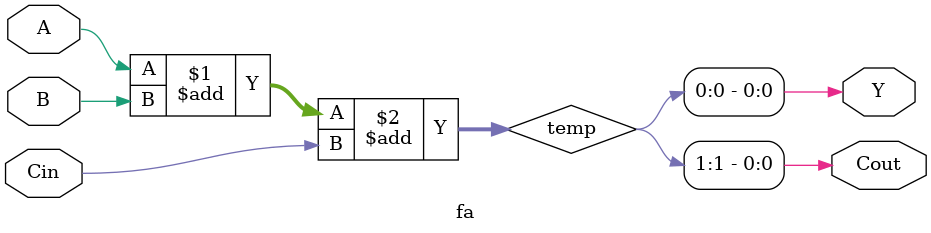
<source format=v>
`timescale 1ns / 1ps


module fa(
input A,
input B,
input Cin,
output Cout,
output Y
    );

wire [1:0] temp;
assign temp=A+B+Cin;
assign Y=temp[0];
assign Cout=temp[1];


//  assign Y=A^B^Cin;
//  assign Cout=(A^B)&Cin | A&B;
endmodule

</source>
